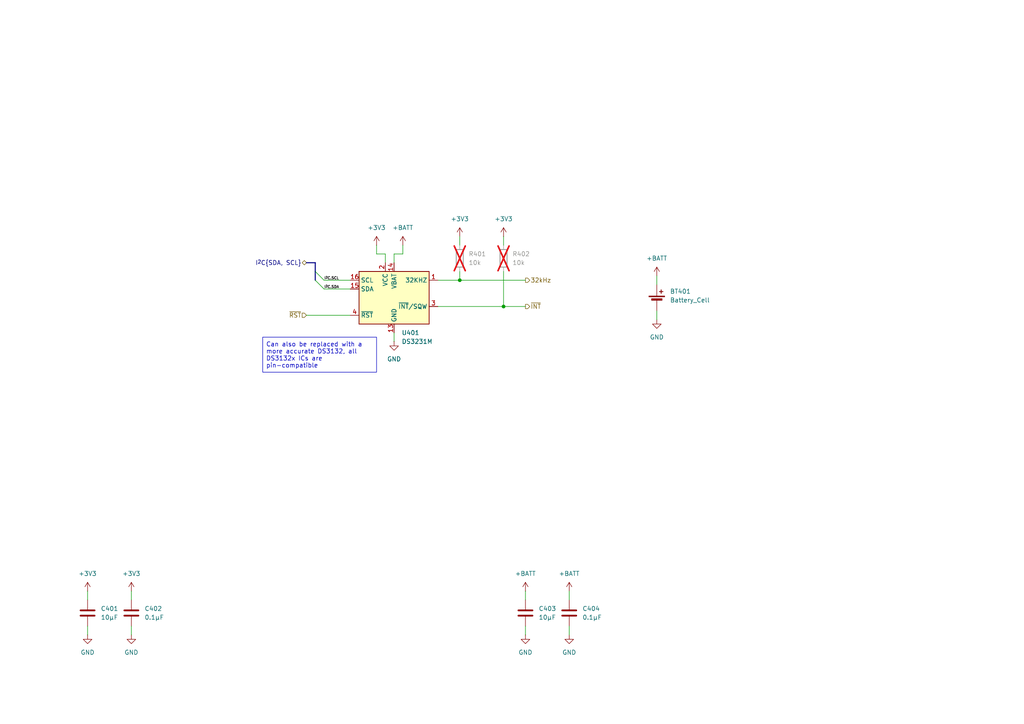
<source format=kicad_sch>
(kicad_sch (version 20231120) (generator "eeschema") (generator_version "8.0")
  (paper "A4")
  (title_block (title "Wordclock - Real Time Clock") (date "2024-10-20") (rev "A") (company "ElektroNik Zoller") (comment 1 "Nikolai Zoller") (comment 4 "CERN-OHL-P"))
  (lib_symbols
    (symbol "Device:Battery_Cell" (pin_numbers hide) (pin_names (offset 0) hide)
      (property "Reference" "BT" (at 2.54 2.54 0))
      (property "Value" "Battery_Cell" (at 2.54 0 0))
      (symbol "Battery_Cell_0_1"
        (rectangle (start -2.286 1.778) (end 2.286 1.524) (fill (type outline)))
        (rectangle (start -1.524 1.016) (end 1.524 0.508) (fill (type outline)))
        (polyline (pts (xy 0 0.762) (xy 0 0)))
        (polyline (pts (xy 0 1.778) (xy 0 2.54)))
        (polyline (pts (xy 0.762 3.048) (xy 1.778 3.048)) (stroke (width 0.254)))
        (polyline (pts (xy 1.27 3.556) (xy 1.27 2.54)) (stroke (width 0.254)))
      )
      (symbol "Battery_Cell_1_1"
        (pin passive line (at 0 5.08 270) (length 2.54) (name "+") (number "1"))
        (pin passive line (at 0 -2.54 90) (length 2.54) (name "-") (number "2"))
      )
    )
    (symbol "Device:C" (pin_numbers hide) (pin_names (offset 0.254))
      (property "Reference" "C" (at 0.635 2.54 0))
      (property "Value" "C" (at 0.635 -2.54 0))
      (symbol "C_0_1"
        (polyline (pts (xy -2.032 -0.762) (xy 2.032 -0.762)) (stroke (width 0.508)))
        (polyline (pts (xy -2.032 0.762) (xy 2.032 0.762)) (stroke (width 0.508)))
      )
      (symbol "C_1_1"
        (pin passive line (at 0 3.81 270) (length 2.794) (name "~") (number "1"))
        (pin passive line (at 0 -3.81 90) (length 2.794) (name "~") (number "2"))
      )
    )
    (symbol "Device:R" (pin_numbers hide) (pin_names (offset 0))
      (property "Reference" "R" (at 2.032 0 90))
      (property "Value" "R" (at 0 0 90))
      (symbol "R_0_1"
        (rectangle (start -1.016 -2.54) (end 1.016 2.54) (stroke (width 0.254)))
      )
      (symbol "R_1_1"
        (pin passive line (at 0 3.81 270) (length 1.27) (name "~") (number "1"))
        (pin passive line (at 0 -3.81 90) (length 1.27) (name "~") (number "2"))
      )
    )
    (symbol "Timer_RTC:DS3231M"
      (property "Reference" "U" (at -7.62 8.89 0))
      (property "Value" "DS3231M" (at 10.16 8.89 0))
      (symbol "DS3231M_0_1"
        (rectangle (start -10.16 7.62) (end 10.16 -7.62) (stroke (width 0.254)) (fill (type background)))
      )
      (symbol "DS3231M_1_1"
        (pin open_collector line (at 12.7 5.08 180) (length 2.54) (name "32KHZ") (number "1"))
        (pin passive line (at 0 -10.16 90) (length 2.54) hide (name "GND") (number "10"))
        (pin passive line (at 0 -10.16 90) (length 2.54) hide (name "GND") (number "11"))
        (pin passive line (at 0 -10.16 90) (length 2.54) hide (name "GND") (number "12"))
        (pin power_in line (at 0 -10.16 90) (length 2.54) (name "GND") (number "13"))
        (pin power_in line (at 0 10.16 270) (length 2.54) (name "VBAT") (number "14"))
        (pin bidirectional line (at -12.7 2.54 0) (length 2.54) (name "SDA") (number "15"))
        (pin input line (at -12.7 5.08 0) (length 2.54) (name "SCL") (number "16"))
        (pin power_in line (at -2.54 10.16 270) (length 2.54) (name "VCC") (number "2"))
        (pin open_collector line (at 12.7 -2.54 180) (length 2.54) (name "~{INT}/SQW") (number "3"))
        (pin bidirectional line (at -12.7 -5.08 0) (length 2.54) (name "~{RST}") (number "4"))
        (pin passive line (at 0 -10.16 90) (length 2.54) hide (name "GND") (number "5"))
        (pin passive line (at 0 -10.16 90) (length 2.54) hide (name "GND") (number "6"))
        (pin passive line (at 0 -10.16 90) (length 2.54) hide (name "GND") (number "7"))
        (pin passive line (at 0 -10.16 90) (length 2.54) hide (name "GND") (number "8"))
        (pin passive line (at 0 -10.16 90) (length 2.54) hide (name "GND") (number "9"))
      )
    )
    (symbol "power:+3V3" (power) (pin_numbers hide) (pin_names (offset 0) hide)
      (property "Value" "+3V3" (at 0 3.556 0))
      (symbol "+3V3_0_1"
        (polyline (pts (xy -0.762 1.27) (xy 0 2.54)))
        (polyline (pts (xy 0 0) (xy 0 2.54)))
        (polyline (pts (xy 0 2.54) (xy 0.762 1.27)))
      )
      (symbol "+3V3_1_1"
        (pin power_in line (at 0 0 90) (length 0) (name "~") (number "1"))
      )
    )
    (symbol "power:+BATT" (power) (pin_numbers hide) (pin_names (offset 0) hide)
      (property "Value" "+BATT" (at 0 3.556 0))
      (symbol "+BATT_0_1"
        (polyline (pts (xy -0.762 1.27) (xy 0 2.54)))
        (polyline (pts (xy 0 0) (xy 0 2.54)))
        (polyline (pts (xy 0 2.54) (xy 0.762 1.27)))
      )
      (symbol "+BATT_1_1"
        (pin power_in line (at 0 0 90) (length 0) (name "~") (number "1"))
      )
    )
    (symbol "power:GND" (power) (pin_numbers hide) (pin_names (offset 0) hide)
      (property "Value" "GND" (at 0 -3.81 0))
      (symbol "GND_0_1"
        (polyline (pts (xy 0 0) (xy 0 -1.27) (xy 1.27 -1.27) (xy 0 -2.54) (xy -1.27 -1.27) (xy 0 -1.27)))
      )
      (symbol "GND_1_1"
        (pin power_in line (at 0 0 270) (length 0) (name "~") (number "1"))
      )
    )
  )
  (junction (at 146.05 88.9))
  (junction (at 133.35 81.28))
  (bus_entry (at 91.44 78.74) (size 2.54 2.54))
  (bus_entry (at 91.44 81.28) (size 2.54 2.54))
  (wire (pts (xy 127 88.9) (xy 146.05 88.9)))
  (wire (pts (xy 38.1 171.45) (xy 38.1 173.99)))
  (wire (pts (xy 152.4 171.45) (xy 152.4 173.99)))
  (wire (pts (xy 133.35 81.28) (xy 152.4 81.28)))
  (bus (pts (xy 91.44 76.2) (xy 88.9 76.2)))
  (wire (pts (xy 25.4 171.45) (xy 25.4 173.99)))
  (wire (pts (xy 114.3 73.66) (xy 114.3 76.2)))
  (wire (pts (xy 88.9 91.44) (xy 101.6 91.44)))
  (wire (pts (xy 146.05 88.9) (xy 152.4 88.9)))
  (wire (pts (xy 111.76 73.66) (xy 111.76 76.2)))
  (wire (pts (xy 116.84 73.66) (xy 114.3 73.66)))
  (wire (pts (xy 109.22 71.12) (xy 109.22 73.66)))
  (wire (pts (xy 114.3 96.52) (xy 114.3 99.06)))
  (wire (pts (xy 146.05 78.74) (xy 146.05 88.9)))
  (wire (pts (xy 190.5 92.71) (xy 190.5 90.17)))
  (wire (pts (xy 116.84 71.12) (xy 116.84 73.66)))
  (wire (pts (xy 25.4 181.61) (xy 25.4 184.15)))
  (wire (pts (xy 93.98 83.82) (xy 101.6 83.82)))
  (wire (pts (xy 127 81.28) (xy 133.35 81.28)))
  (bus (pts (xy 91.44 78.74) (xy 91.44 76.2)))
  (wire (pts (xy 38.1 181.61) (xy 38.1 184.15)))
  (wire (pts (xy 146.05 68.58) (xy 146.05 71.12)))
  (wire (pts (xy 133.35 68.58) (xy 133.35 71.12)))
  (wire (pts (xy 93.98 81.28) (xy 101.6 81.28)))
  (wire (pts (xy 133.35 78.74) (xy 133.35 81.28)))
  (wire (pts (xy 152.4 181.61) (xy 152.4 184.15)))
  (bus (pts (xy 91.44 81.28) (xy 91.44 78.74)))
  (wire (pts (xy 190.5 80.01) (xy 190.5 82.55)))
  (wire (pts (xy 165.1 171.45) (xy 165.1 173.99)))
  (wire (pts (xy 165.1 181.61) (xy 165.1 184.15)))
  (wire (pts (xy 109.22 73.66) (xy 111.76 73.66)))
  (text_box "Can also be replaced with a more accurate DS3132, all DS3132x ICs are pin-compatible" (at 76.2 97.79 0) (size 33.02 10.16) (effects (font (size 1.27 1.27)) (justify left)))
  (label "I^{2}C.SCL" (at 93.98 81.28 0) (effects (font (size 0.762 0.762))))
  (label "I^{2}C.SDA" (at 93.98 83.82 0) (effects (font (size 0.762 0.762))))
  (hierarchical_label "~{INT}" (shape output) (at 152.4 88.9 0))
  (hierarchical_label "~{RST}" (shape input) (at 88.9 91.44 180))
  (hierarchical_label "I^{2}C{SDA, SCL}" (shape bidirectional) (at 88.9 76.2 180))
  (hierarchical_label "32kHz" (shape output) (at 152.4 81.28 0))
  (symbol (lib_id "power:+3V3") (at 109.22 71.12 0) (unit 1)
    (property "Reference" "#PWR0405" (effects (hide yes)))
    (property "Value" "+3V3" (at 109.22 66.04 0))
    (property "Description" "Power symbol creates a global label with name \"+3V3\"" (effects (hide yes)))
  )
  (symbol (lib_id "power:+3V3") (at 25.4 171.45 0) (unit 1)
    (property "Reference" "#PWR0401" (effects (hide yes)))
    (property "Value" "+3V3" (at 25.4 166.37 0))
    (property "Description" "Power symbol creates a global label with name \"+3V3\"" (effects (hide yes)))
  )
  (symbol (lib_id "power:GND") (at 190.5 92.71 0) (unit 1)
    (property "Reference" "#PWR0413" (effects (hide yes)))
    (property "Value" "GND" (at 190.5 97.79 0))
    (property "Description" "Power symbol creates a global label with name \"GND\" , ground" (effects (hide yes)))
  )
  (symbol (lib_id "power:+BATT") (at 165.1 171.45 0) (unit 1)
    (property "Reference" "#PWR0410" (effects (hide yes)))
    (property "Value" "+BATT" (at 165.1 166.37 0))
    (property "Description" "Power symbol creates a global label with name \"+BATT\"" (effects (hide yes)))
  )
  (symbol (lib_id "Device:C") (at 165.1 177.8 0) (unit 1)
    (property "Reference" "C404" (at 168.91 176.5299 0) (effects (justify left)))
    (property "Value" "0.1µF" (at 168.91 179.0699 0) (effects (justify left)))
    (property "Description" "Unpolarized capacitor" (effects (hide yes)))
  )
  (symbol (lib_id "power:+3V3") (at 146.05 68.58 0) (unit 1)
    (property "Reference" "#PWR0415" (effects (hide yes)))
    (property "Value" "+3V3" (at 146.05 63.5 0))
    (property "Description" "Power symbol creates a global label with name \"+3V3\"" (effects (hide yes)))
  )
  (symbol (lib_id "power:+3V3") (at 38.1 171.45 0) (unit 1)
    (property "Reference" "#PWR0403" (effects (hide yes)))
    (property "Value" "+3V3" (at 38.1 166.37 0))
    (property "Description" "Power symbol creates a global label with name \"+3V3\"" (effects (hide yes)))
  )
  (symbol (lib_id "Device:Battery_Cell") (at 190.5 87.63 0) (unit 1)
    (property "Reference" "BT401" (at 194.31 84.5184 0) (effects (justify left)))
    (property "Value" "Battery_Cell" (at 194.31 87.0584 0) (effects (justify left)))
    (property "Description" "Single-cell battery" (effects (hide yes)))
  )
  (symbol (lib_id "power:GND") (at 25.4 184.15 0) (unit 1)
    (property "Reference" "#PWR0402" (effects (hide yes)))
    (property "Value" "GND" (at 25.4 189.23 0))
    (property "Description" "Power symbol creates a global label with name \"GND\" , ground" (effects (hide yes)))
  )
  (symbol (lib_id "power:+BATT") (at 152.4 171.45 0) (unit 1)
    (property "Reference" "#PWR0408" (effects (hide yes)))
    (property "Value" "+BATT" (at 152.4 166.37 0))
    (property "Description" "Power symbol creates a global label with name \"+BATT\"" (effects (hide yes)))
  )
  (symbol (lib_id "power:GND") (at 152.4 184.15 0) (unit 1)
    (property "Reference" "#PWR0409" (effects (hide yes)))
    (property "Value" "GND" (at 152.4 189.23 0))
    (property "Description" "Power symbol creates a global label with name \"GND\" , ground" (effects (hide yes)))
  )
  (symbol (lib_id "Device:R") (at 146.05 74.93 0) (unit 1) (dnp yes)
    (property "Reference" "R402" (at 148.59 73.6599 0) (effects (justify left)))
    (property "Value" "10k" (at 148.59 76.1999 0) (effects (justify left)))
    (property "Description" "Resistor" (effects (hide yes)))
  )
  (symbol (lib_id "power:GND") (at 165.1 184.15 0) (unit 1)
    (property "Reference" "#PWR0411" (effects (hide yes)))
    (property "Value" "GND" (at 165.1 189.23 0))
    (property "Description" "Power symbol creates a global label with name \"GND\" , ground" (effects (hide yes)))
  )
  (symbol (lib_id "power:+BATT") (at 116.84 71.12 0) (unit 1)
    (property "Reference" "#PWR0407" (effects (hide yes)))
    (property "Value" "+BATT" (at 116.84 66.04 0))
    (property "Description" "Power symbol creates a global label with name \"+BATT\"" (effects (hide yes)))
  )
  (symbol (lib_id "Device:C") (at 25.4 177.8 0) (unit 1)
    (property "Reference" "C401" (at 29.21 176.5299 0) (effects (justify left)))
    (property "Value" "10µF" (at 29.21 179.0699 0) (effects (justify left)))
    (property "Description" "Unpolarized capacitor" (effects (hide yes)))
  )
  (symbol (lib_id "Device:R") (at 133.35 74.93 0) (unit 1) (dnp yes)
    (property "Reference" "R401" (at 135.89 73.6599 0) (effects (justify left)))
    (property "Value" "10k" (at 135.89 76.1999 0) (effects (justify left)))
    (property "Description" "Resistor" (effects (hide yes)))
  )
  (symbol (lib_id "power:GND") (at 38.1 184.15 0) (unit 1)
    (property "Reference" "#PWR0404" (effects (hide yes)))
    (property "Value" "GND" (at 38.1 189.23 0))
    (property "Description" "Power symbol creates a global label with name \"GND\" , ground" (effects (hide yes)))
  )
  (symbol (lib_id "power:GND") (at 114.3 99.06 0) (unit 1)
    (property "Reference" "#PWR0406" (effects (hide yes)))
    (property "Value" "GND" (at 114.3 104.14 0))
    (property "Description" "Power symbol creates a global label with name \"GND\" , ground" (effects (hide yes)))
  )
  (symbol (lib_id "Timer_RTC:DS3231M") (at 114.3 86.36 0) (unit 1)
    (property "Reference" "U401" (at 116.4941 96.52 0) (effects (justify left)))
    (property "Value" "DS3231M" (at 116.4941 99.06 0) (effects (justify left)))
    (property "Footprint" "Package_SO:SOIC-16W_7.5x10.3mm_P1.27mm" (effects (hide yes)))
    (property "Datasheet" "http://datasheets.maximintegrated.com/en/ds/DS3231.pdf" (effects (hide yes)))
    (property "Description" "Extremely Accurate I2C-Integrated RTC/TCXO/Crystal SOIC-16" (effects (hide yes)))
    (property "Manufacturer" "Analog Devices Inc./Maxim Integrated" (effects (hide yes)))
    (property "Manufacturer Part no." "DS3231M+TRL" (effects (hide yes)))
    (property "Vendor 1" "Digikey" (effects (hide yes)))
    (property "Vendor 1 Part no." "DS3231M+TRLCT-ND" (effects (hide yes)))
    (property "Vendor 2" "LCSC" (effects (hide yes)))
    (property "Vendor 2 Part no." " C107410 (8-pin variant!)" (effects (hide yes)))
  )
  (symbol (lib_id "Device:C") (at 152.4 177.8 0) (unit 1)
    (property "Reference" "C403" (at 156.21 176.5299 0) (effects (justify left)))
    (property "Value" "10µF" (at 156.21 179.0699 0) (effects (justify left)))
    (property "Description" "Unpolarized capacitor" (effects (hide yes)))
  )
  (symbol (lib_id "power:+3V3") (at 133.35 68.58 0) (unit 1)
    (property "Reference" "#PWR0414" (effects (hide yes)))
    (property "Value" "+3V3" (at 133.35 63.5 0))
    (property "Description" "Power symbol creates a global label with name \"+3V3\"" (effects (hide yes)))
  )
  (symbol (lib_id "power:+BATT") (at 190.5 80.01 0) (unit 1)
    (property "Reference" "#PWR0412" (effects (hide yes)))
    (property "Value" "+BATT" (at 190.5 74.93 0))
    (property "Description" "Power symbol creates a global label with name \"+BATT\"" (effects (hide yes)))
  )
  (symbol (lib_id "Device:C") (at 38.1 177.8 0) (unit 1)
    (property "Reference" "C402" (at 41.91 176.5299 0) (effects (justify left)))
    (property "Value" "0.1µF" (at 41.91 179.0699 0) (effects (justify left)))
    (property "Description" "Unpolarized capacitor" (effects (hide yes)))
  )
)
</source>
